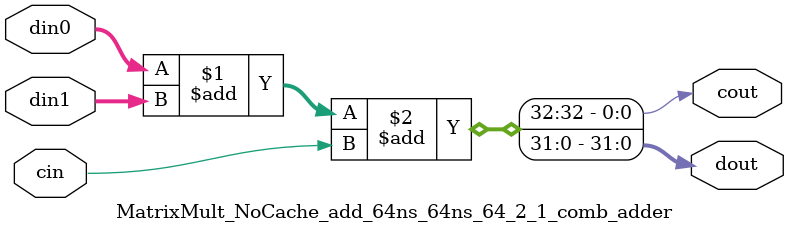
<source format=v>
`timescale 1 ns / 1 ps

module MatrixMult_NoCache_add_64ns_64ns_64_2_1(clk, reset, ce, din0, din1, dout);
parameter ID         = 1;              // core ID, unused in RTL
parameter NUM_STAGE  = 2;
parameter din0_WIDTH = 64;   // data bitwidth
parameter din1_WIDTH = 64;   // 
parameter dout_WIDTH = 64;   // output bitwidth

// ---- input/output ports list here ----
input   clk;
input   reset;
input   ce;
input  [din0_WIDTH - 1 : 0] din0;
input  [din1_WIDTH - 1 : 0] din1;

output [dout_WIDTH - 1 : 0] dout;

// wire for the primary inputs
wire [64 - 1 : 0] ain_s0 = din0;
wire [64 - 1 : 0] bin_s0 = din1;

// This AddSub module have totally 2 stages. For each stage the adder's width are:
// [32,32]

// Stage 1 logic
wire [32 - 1 : 0]    fas_s1;
wire                 facout_s1;
reg  [32 - 1 : 0]    ain_s1;
reg  [32 - 1 : 0]    bin_s1;
reg  [32 - 1 : 0]    sum_s1;
reg                  carry_s1;
MatrixMult_NoCache_add_64ns_64ns_64_2_1_comb_adder #(
    .N    ( 32 )
) u1 (
    .din0    ( ain_s0[32 - 1 : 0] ),
    .din1    ( bin_s0[32 - 1 : 0] ),
    .cin  ( 1'b0 ),
    .dout    ( fas_s1 ),
    .cout ( facout_s1 )
);

always @ (posedge clk) begin
    if (ce) begin
        sum_s1   <= fas_s1;
        carry_s1 <= facout_s1;
    end
end

always @ (posedge clk) begin
    if (ce) begin
        ain_s1 <= ain_s0[64 - 1 : 32];
    end
end

always @ (posedge clk) begin
    if (ce) begin
        bin_s1 <= bin_s0[64 - 1 : 32];
    end
end

// Stage 2 logic
wire [32 - 1 : 0]    fas_s2;
wire                 facout_s2;
MatrixMult_NoCache_add_64ns_64ns_64_2_1_comb_adder #(
    .N    ( 32 )
) u2 (
    .din0    ( ain_s1[32 - 1 : 0] ),
    .din1    ( bin_s1[32 - 1 : 0] ),
    .cin  ( carry_s1 ),
    .dout    ( fas_s2 ),
    .cout ( facout_s2 )
);

assign dout = {fas_s2, sum_s1 };
endmodule

// small adder
module MatrixMult_NoCache_add_64ns_64ns_64_2_1_comb_adder 
#(parameter
    N = 32
)(
    input  [N-1 : 0]    din0,
    input  [N-1 : 0]    din1,
    input  wire         cin,
    output [N-1 : 0]    dout,
    output wire         cout
);
assign {cout, dout} = din0 + din1 + cin;
endmodule

</source>
